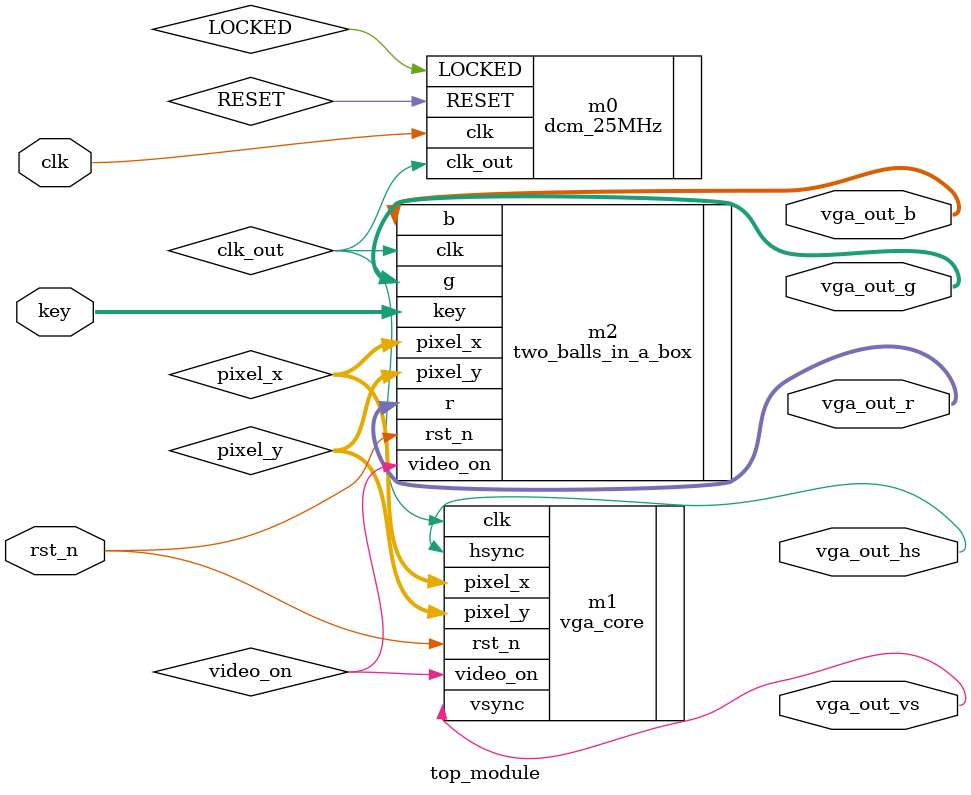
<source format=v>
`timescale 1ns / 1ps

module top_module
	(
		input clk, rst_n,
		input[1:0] key, ////key[1] is for changing speed of both balls, key[0] for changing location of both ball(randomly)
		output[4:0] vga_out_r,
		output[5:0] vga_out_g,
		output[4:0] vga_out_b,
		output vga_out_vs,vga_out_hs
    );
	 
	wire clk_out;
	wire video_on;
	wire[11:0] pixel_x,pixel_y;
	dcm_25MHz m0
   (// Clock in ports
		 .clk(clk),      // IN
		 // Clock out ports
		 .clk_out(clk_out),     // OUT
		 // Status and control signals
		 .RESET(RESET),// IN
		 .LOCKED(LOCKED)
	 );
	 vga_core m1
	(
		.clk(clk_out),
		.rst_n(rst_n), //clock must be 25MHz for 640x480 
		.hsync(vga_out_hs),
		.vsync(vga_out_vs),
		.video_on(video_on),
		.pixel_x(pixel_x),
		.pixel_y(pixel_y)
    );
	 
	 two_balls_in_a_box m2 //two balls bounce inside a 100x100 box
	 (
		.clk(clk_out),
		.rst_n(rst_n),
		.key(key),
		.video_on(video_on),
		.pixel_x(pixel_x),
		.pixel_y(pixel_y),
		.r(vga_out_r),
		.g(vga_out_g),
		.b(vga_out_b)
    );	
	 
	 
	 
endmodule 

</source>
